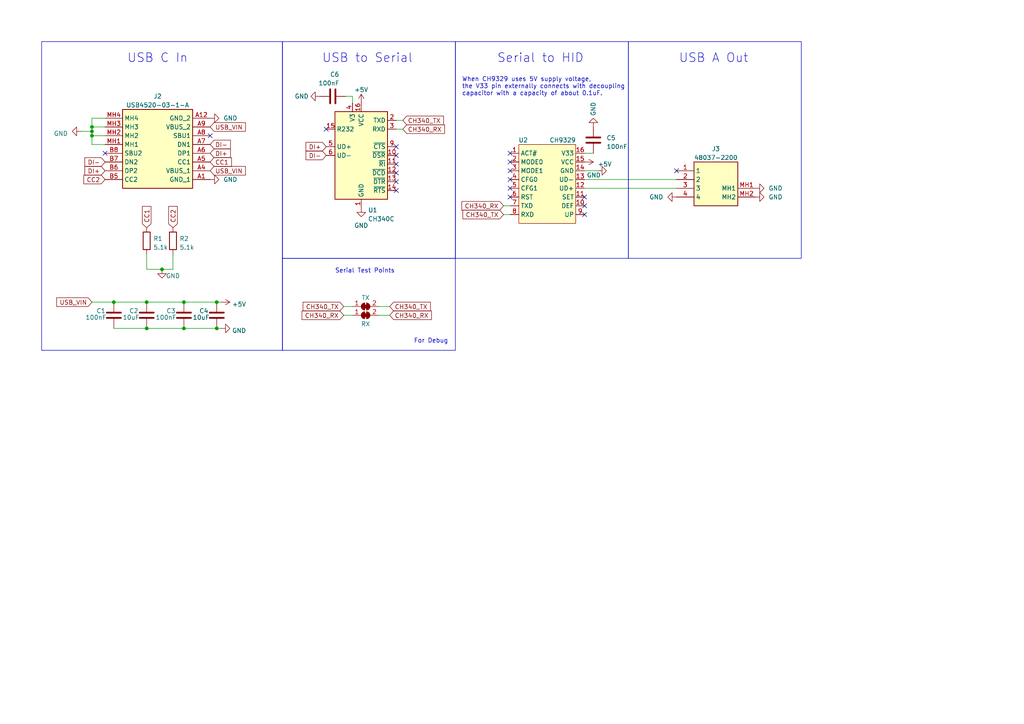
<source format=kicad_sch>
(kicad_sch (version 20230121) (generator eeschema)
  (paper "A4")
  (lib_symbols
    (symbol "CH9329:CH9329"
      (property "Reference" "U" (at -6.35 12.7 0))
      (property "Value" "CH9329" (at 5.08 12.7 0))
      (symbol "CH9329_0_0"
        (text "" (at 3.81 16.51 0) (effects (font (size 1.27 1.27))))
      )
      (symbol "CH9329_1_1"
        (rectangle (start -7.62 11.43) (end 8.89 -11.43) (fill (type background)))
        (pin output line (at -10.16 8.89 0) (length 2.54) (name "ACT#") (number "1"))
        (pin input line (at 11.43 -6.35 180) (length 2.54) (name "DEF") (number "10"))
        (pin input line (at 11.43 -3.81 180) (length 2.54) (name "SET") (number "11"))
        (pin bidirectional line (at 11.43 -1.27 180) (length 2.54) (name "UD+") (number "12"))
        (pin bidirectional line (at 11.43 1.27 180) (length 2.54) (name "UD-") (number "13"))
        (pin power_in line (at 11.43 3.81 180) (length 2.54) (name "GND") (number "14"))
        (pin power_in line (at 11.43 6.35 180) (length 2.54) (name "VCC") (number "15"))
        (pin power_in line (at 11.43 8.89 180) (length 2.54) (name "V33") (number "16"))
        (pin input line (at -10.16 6.35 0) (length 2.54) (name "MODE0") (number "2"))
        (pin input line (at -10.16 3.81 0) (length 2.54) (name "MODE1") (number "3"))
        (pin input line (at -10.16 1.27 0) (length 2.54) (name "CFG0") (number "4"))
        (pin input line (at -10.16 -1.27 0) (length 2.54) (name "CFG1") (number "5"))
        (pin input line (at -10.16 -3.81 0) (length 2.54) (name "RST") (number "6"))
        (pin output line (at -10.16 -6.35 0) (length 2.54) (name "TXD") (number "7"))
        (pin input line (at -10.16 -8.89 0) (length 2.54) (name "RXD") (number "8"))
        (pin output line (at 11.43 -8.89 180) (length 2.54) (name "UP") (number "9"))
      )
    )
    (symbol "Device:C" (pin_numbers hide) (pin_names (offset 0.254))
      (property "Reference" "C" (at 0.635 2.54 0))
      (property "Value" "C" (at 0.635 -2.54 0))
      (symbol "C_0_1"
        (polyline (pts (xy -2.032 -0.762) (xy 2.032 -0.762)) (stroke (width 0.508)))
        (polyline (pts (xy -2.032 0.762) (xy 2.032 0.762)) (stroke (width 0.508)))
      )
      (symbol "C_1_1"
        (pin passive line (at 0 3.81 270) (length 2.794) (name "~") (number "1"))
        (pin passive line (at 0 -3.81 90) (length 2.794) (name "~") (number "2"))
      )
    )
    (symbol "Device:R" (pin_numbers hide) (pin_names (offset 0))
      (property "Reference" "R" (at 2.032 0 90))
      (property "Value" "R" (at 0 0 90))
      (symbol "R_0_1"
        (rectangle (start -1.016 -2.54) (end 1.016 2.54) (stroke (width 0.254)))
      )
      (symbol "R_1_1"
        (pin passive line (at 0 3.81 270) (length 1.27) (name "~") (number "1"))
        (pin passive line (at 0 -3.81 90) (length 1.27) (name "~") (number "2"))
      )
    )
    (symbol "Farnell:USB4520-03-1-A"
      (property "Reference" "J" (at 26.67 7.62 0))
      (property "Value" "USB4520-03-1-A" (at 26.67 5.08 0))
      (symbol "USB4520-03-1-A_1_1"
        (rectangle (start 5.08 2.54) (end 25.4 -20.32) (stroke (width 0.254)) (fill (type background)))
        (pin passive line (at 0 0 0) (length 5.08) (name "GND_1") (number "A1"))
        (pin passive line (at 0 -17.78 0) (length 5.08) (name "GND_2") (number "A12"))
        (pin passive line (at 0 -2.54 0) (length 5.08) (name "VBUS_1") (number "A4"))
        (pin passive line (at 0 -5.08 0) (length 5.08) (name "CC1") (number "A5"))
        (pin passive line (at 0 -7.62 0) (length 5.08) (name "DP1") (number "A6"))
        (pin passive line (at 0 -10.16 0) (length 5.08) (name "DN1") (number "A7"))
        (pin passive line (at 0 -12.7 0) (length 5.08) (name "SBU1") (number "A8"))
        (pin passive line (at 0 -15.24 0) (length 5.08) (name "VBUS_2") (number "A9"))
        (pin passive line (at 30.48 0 180) (length 5.08) (name "CC2") (number "B5"))
        (pin passive line (at 30.48 -2.54 180) (length 5.08) (name "DP2") (number "B6"))
        (pin passive line (at 30.48 -5.08 180) (length 5.08) (name "DN2") (number "B7"))
        (pin passive line (at 30.48 -7.62 180) (length 5.08) (name "SBU2") (number "B8"))
        (pin passive line (at 30.48 -10.16 180) (length 5.08) (name "MH1") (number "MH1"))
        (pin passive line (at 30.48 -12.7 180) (length 5.08) (name "MH2") (number "MH2"))
        (pin passive line (at 30.48 -15.24 180) (length 5.08) (name "MH3") (number "MH3"))
        (pin passive line (at 30.48 -17.78 180) (length 5.08) (name "MH4") (number "MH4"))
      )
    )
    (symbol "Interface_USB:CH340C"
      (property "Reference" "U" (at -5.08 13.97 0))
      (property "Value" "CH340C" (at 1.27 13.97 0))
      (symbol "CH340C_0_1"
        (rectangle (start -7.62 12.7) (end 7.62 -12.7) (stroke (width 0.254)) (fill (type background)))
      )
      (symbol "CH340C_1_1"
        (pin power_in line (at 0 -15.24 90) (length 2.54) (name "GND") (number "1"))
        (pin input line (at 10.16 0 180) (length 2.54) (name "~{DSR}") (number "10"))
        (pin input line (at 10.16 -2.54 180) (length 2.54) (name "~{RI}") (number "11"))
        (pin input line (at 10.16 -5.08 180) (length 2.54) (name "~{DCD}") (number "12"))
        (pin output line (at 10.16 -7.62 180) (length 2.54) (name "~{DTR}") (number "13"))
        (pin output line (at 10.16 -10.16 180) (length 2.54) (name "~{RTS}") (number "14"))
        (pin input line (at -10.16 7.62 0) (length 2.54) (name "R232") (number "15"))
        (pin power_in line (at 0 15.24 270) (length 2.54) (name "VCC") (number "16"))
        (pin output line (at 10.16 10.16 180) (length 2.54) (name "TXD") (number "2"))
        (pin input line (at 10.16 7.62 180) (length 2.54) (name "RXD") (number "3"))
        (pin passive line (at -2.54 15.24 270) (length 2.54) (name "V3") (number "4"))
        (pin bidirectional line (at -10.16 2.54 0) (length 2.54) (name "UD+") (number "5"))
        (pin bidirectional line (at -10.16 0 0) (length 2.54) (name "UD-") (number "6"))
        (pin no_connect line (at -7.62 -7.62 0) (length 2.54) hide (name "NC") (number "7"))
        (pin no_connect line (at -7.62 -10.16 0) (length 2.54) hide (name "NC") (number "8"))
        (pin input line (at 10.16 2.54 180) (length 2.54) (name "~{CTS}") (number "9"))
      )
    )
    (symbol "Jumper:SolderJumper_2_Bridged" (pin_names (offset 0) hide)
      (property "Reference" "JP" (at 0 2.032 0))
      (property "Value" "SolderJumper_2_Bridged" (at 0 -2.54 0))
      (symbol "SolderJumper_2_Bridged_0_1"
        (rectangle (start -0.508 0.508) (end 0.508 -0.508) (fill (type outline)))
        (arc (start -0.254 1.016) (mid -1.2656 0) (end -0.254 -1.016))
        (arc (start -0.254 1.016) (mid -1.2656 0) (end -0.254 -1.016) (fill (type outline)))
        (polyline (pts (xy -0.254 1.016) (xy -0.254 -1.016)))
        (polyline (pts (xy 0.254 1.016) (xy 0.254 -1.016)))
        (arc (start 0.254 -1.016) (mid 1.2656 0) (end 0.254 1.016))
        (arc (start 0.254 -1.016) (mid 1.2656 0) (end 0.254 1.016) (fill (type outline)))
      )
      (symbol "SolderJumper_2_Bridged_1_1"
        (pin passive line (at -3.81 0 0) (length 2.54) (name "A") (number "1"))
        (pin passive line (at 3.81 0 180) (length 2.54) (name "B") (number "2"))
      )
    )
    (symbol "LibraryLoader:48037-2200"
      (property "Reference" "J" (at 19.05 7.62 0))
      (property "Value" "48037-2200" (at 19.05 5.08 0))
      (symbol "48037-2200_1_1"
        (rectangle (start 5.08 2.54) (end 17.78 -10.16) (stroke (width 0.254)) (fill (type background)))
        (pin passive line (at 22.86 -7.62 180) (length 5.08) (name "1") (number "1"))
        (pin passive line (at 22.86 -5.08 180) (length 5.08) (name "2") (number "2"))
        (pin passive line (at 22.86 -2.54 180) (length 5.08) (name "3") (number "3"))
        (pin passive line (at 22.86 0 180) (length 5.08) (name "4") (number "4"))
        (pin passive line (at 0 -2.54 0) (length 5.08) (name "MH1") (number "MH1"))
        (pin passive line (at 0 0 0) (length 5.08) (name "MH2") (number "MH2"))
      )
    )
    (symbol "power:+5V" (power) (pin_names (offset 0))
      (property "Value" "+5V" (at 0 3.556 0))
      (symbol "+5V_0_1"
        (polyline (pts (xy -0.762 1.27) (xy 0 2.54)))
        (polyline (pts (xy 0 0) (xy 0 2.54)))
        (polyline (pts (xy 0 2.54) (xy 0.762 1.27)))
      )
      (symbol "+5V_1_1"
        (pin power_in line (at 0 0 90) (length 0) hide (name "+5V") (number "1"))
      )
    )
    (symbol "power:GND" (power) (pin_names (offset 0))
      (property "Value" "GND" (at 0 -3.81 0))
      (symbol "GND_0_1"
        (polyline (pts (xy 0 0) (xy 0 -1.27) (xy 1.27 -1.27) (xy 0 -2.54) (xy -1.27 -1.27) (xy 0 -1.27)))
      )
      (symbol "GND_1_1"
        (pin power_in line (at 0 0 270) (length 0) hide (name "GND") (number "1"))
      )
    )
  )
  (junction (at 26.67 38.1))
  (junction (at 62.865 95.25))
  (junction (at 42.545 95.25))
  (junction (at 33.02 87.63))
  (junction (at 53.34 87.63))
  (junction (at 62.865 87.63))
  (junction (at 26.67 36.83))
  (junction (at 26.67 39.37))
  (junction (at 53.34 95.25))
  (junction (at 42.545 87.63))
  (junction (at 46.99 78.105))
  (no_connect (at 169.545 62.23))
  (no_connect (at 114.935 42.545))
  (no_connect (at 30.48 44.45))
  (no_connect (at 196.215 49.53))
  (no_connect (at 147.955 49.53))
  (no_connect (at 147.955 52.07))
  (no_connect (at 94.615 37.465))
  (no_connect (at 169.545 57.15))
  (no_connect (at 147.955 44.45))
  (no_connect (at 114.935 50.165))
  (no_connect (at 147.955 57.15))
  (no_connect (at 114.935 45.085))
  (no_connect (at 60.96 39.37))
  (no_connect (at 169.545 59.69))
  (no_connect (at 114.935 55.245))
  (no_connect (at 147.955 54.61))
  (no_connect (at 114.935 47.625))
  (no_connect (at 147.955 46.99))
  (no_connect (at 114.935 52.705))
  (wire (pts (xy 26.67 87.63) (xy 33.02 87.63)))
  (wire (pts (xy 100.33 27.94) (xy 102.235 27.94)))
  (wire (pts (xy 169.545 54.61) (xy 196.215 54.61)))
  (wire (pts (xy 99.695 88.9) (xy 102.235 88.9)))
  (wire (pts (xy 109.855 91.44) (xy 113.03 91.44)))
  (wire (pts (xy 99.695 91.44) (xy 102.235 91.44)))
  (wire (pts (xy 102.235 27.94) (xy 102.235 29.845)))
  (wire (pts (xy 30.48 39.37) (xy 26.67 39.37)))
  (wire (pts (xy 30.48 34.29) (xy 26.67 34.29)))
  (wire (pts (xy 169.545 52.07) (xy 196.215 52.07)))
  (wire (pts (xy 53.34 95.25) (xy 62.865 95.25)))
  (wire (pts (xy 50.165 78.105) (xy 46.99 78.105)))
  (wire (pts (xy 26.67 38.1) (xy 26.67 39.37)))
  (wire (pts (xy 42.545 87.63) (xy 53.34 87.63)))
  (wire (pts (xy 42.545 78.105) (xy 46.99 78.105)))
  (wire (pts (xy 26.67 36.83) (xy 30.48 36.83)))
  (wire (pts (xy 26.67 38.1) (xy 23.495 38.1)))
  (wire (pts (xy 172.085 44.45) (xy 169.545 44.45)))
  (wire (pts (xy 30.48 41.91) (xy 26.67 41.91)))
  (wire (pts (xy 50.165 73.66) (xy 50.165 78.105)))
  (wire (pts (xy 33.02 87.63) (xy 42.545 87.63)))
  (wire (pts (xy 53.34 87.63) (xy 62.865 87.63)))
  (wire (pts (xy 146.05 59.69) (xy 147.955 59.69)))
  (wire (pts (xy 62.865 95.25) (xy 64.135 95.25)))
  (wire (pts (xy 33.02 95.25) (xy 42.545 95.25)))
  (wire (pts (xy 26.67 36.83) (xy 26.67 38.1)))
  (wire (pts (xy 62.865 87.63) (xy 64.135 87.63)))
  (wire (pts (xy 26.67 39.37) (xy 26.67 41.91)))
  (wire (pts (xy 109.855 88.9) (xy 113.03 88.9)))
  (wire (pts (xy 26.67 34.29) (xy 26.67 36.83)))
  (wire (pts (xy 114.935 34.925) (xy 116.84 34.925)))
  (wire (pts (xy 42.545 95.25) (xy 53.34 95.25)))
  (wire (pts (xy 114.935 37.465) (xy 116.84 37.465)))
  (wire (pts (xy 42.545 73.66) (xy 42.545 78.105)))
  (wire (pts (xy 146.05 62.23) (xy 147.955 62.23)))
  (wire (pts (xy 169.545 49.53) (xy 173.355 49.53)))
  (rectangle (start 81.915 74.93) (end 132.08 101.6))
  (rectangle (start 81.915 12.065) (end 132.08 74.93))
  (rectangle (start 182.245 12.065) (end 232.41 74.93))
  (rectangle (start 132.08 12.065) (end 182.245 74.93))
  (rectangle (start 12.065 12.065) (end 81.915 101.6))
  (text "Serial Test Points" (at 97.155 79.375 0) (effects (font (size 1.27 1.27)) (justify left bottom)))
  (text "USB C In" (at 36.83 18.415 0) (effects (font (size 2.54 2.54)) (justify left bottom)))
  (text "When CH9329 uses 5V supply voltage,\nthe V33 pin externally connects with decoupling\ncapacitor with a capacity of about 0.1uF." (at 133.985 27.94 0) (effects (font (size 1.27 1.27)) (justify left bottom)))
  (text "Serial to HID" (at 144.145 18.415 0) (effects (font (size 2.54 2.54)) (justify left bottom)))
  (text "USB A Out" (at 196.85 18.415 0) (effects (font (size 2.54 2.54)) (justify left bottom)))
  (text "USB to Serial" (at 93.345 18.415 0) (effects (font (size 2.54 2.54)) (justify left bottom)))
  (text "For Debug" (at 120.015 99.695 0) (effects (font (size 1.27 1.27)) (justify left bottom)))
  (global_label "CH340_TX" (shape input) (at 113.03 88.9 0) (property "Intersheetrefs" "${INTERSHEET_REFS}" (effects hide)))
  (global_label "CC1" (shape input) (at 60.96 46.99 0) (property "Intersheetrefs" "${INTERSHEET_REFS}" (effects hide)))
  (global_label "DI+" (shape input) (at 60.96 44.45 0) (property "Intersheetrefs" "${INTERSHEET_REFS}" (effects hide)))
  (global_label "CH340_RX" (shape input) (at 113.03 91.44 0) (property "Intersheetrefs" "${INTERSHEET_REFS}" (effects hide)))
  (global_label "DI+" (shape input) (at 94.615 42.545 180) (property "Intersheetrefs" "${INTERSHEET_REFS}" (effects hide)))
  (global_label "CH340_RX" (shape input) (at 146.05 59.69 180) (property "Intersheetrefs" "${INTERSHEET_REFS}" (effects hide)))
  (global_label "DI-" (shape input) (at 94.615 45.085 180) (property "Intersheetrefs" "${INTERSHEET_REFS}" (effects hide)))
  (global_label "DI-" (shape input) (at 30.48 46.99 180) (property "Intersheetrefs" "${INTERSHEET_REFS}" (effects hide)))
  (global_label "CC2" (shape input) (at 50.165 66.04 90) (property "Intersheetrefs" "${INTERSHEET_REFS}" (effects hide)))
  (global_label "CH340_TX" (shape input) (at 116.84 34.925 0) (property "Intersheetrefs" "${INTERSHEET_REFS}" (effects hide)))
  (global_label "USB_VIN" (shape input) (at 60.96 49.53 0) (property "Intersheetrefs" "${INTERSHEET_REFS}" (effects hide)))
  (global_label "CC2" (shape input) (at 30.48 52.07 180) (property "Intersheetrefs" "${INTERSHEET_REFS}" (effects hide)))
  (global_label "USB_VIN" (shape input) (at 26.67 87.63 180) (property "Intersheetrefs" "${INTERSHEET_REFS}" (effects hide)))
  (global_label "CH340_TX" (shape input) (at 146.05 62.23 180) (property "Intersheetrefs" "${INTERSHEET_REFS}" (effects hide)))
  (global_label "CH340_RX" (shape input) (at 116.84 37.465 0) (property "Intersheetrefs" "${INTERSHEET_REFS}" (effects hide)))
  (global_label "USB_VIN" (shape input) (at 60.96 36.83 0) (property "Intersheetrefs" "${INTERSHEET_REFS}" (effects hide)))
  (global_label "CH340_RX" (shape input) (at 99.695 91.44 180) (property "Intersheetrefs" "${INTERSHEET_REFS}" (effects hide)))
  (global_label "DI-" (shape input) (at 60.96 41.91 0) (property "Intersheetrefs" "${INTERSHEET_REFS}" (effects hide)))
  (global_label "CH340_TX" (shape input) (at 99.695 88.9 180) (property "Intersheetrefs" "${INTERSHEET_REFS}" (effects hide)))
  (global_label "DI+" (shape input) (at 30.48 49.53 180) (property "Intersheetrefs" "${INTERSHEET_REFS}" (effects hide)))
  (global_label "CC1" (shape input) (at 42.545 66.04 90) (property "Intersheetrefs" "${INTERSHEET_REFS}" (effects hide)))
  (symbol (lib_id "power:GND") (at 219.075 57.15 90) (unit 1)
    (property "Reference" "#PWR014" (effects hide))
    (property "Value" "GND" (at 222.885 57.15 90) (effects (justify right)))
  )
  (symbol (lib_id "power:GND") (at 60.96 52.07 90) (unit 1)
    (property "Reference" "#PWR04" (effects hide))
    (property "Value" "GND" (at 64.77 52.07 90) (effects (justify right)))
  )
  (symbol (lib_id "Device:R") (at 50.165 69.85 0) (unit 1)
    (property "Reference" "R2" (at 52.07 69.215 0) (effects (justify left)))
    (property "Value" "5.1k" (at 52.07 71.755 0) (effects (justify left)))
    (property "Footprint" "Resistor_SMD:R_0805_2012Metric_Pad1.20x1.40mm_HandSolder" (effects hide))
  )
  (symbol (lib_id "power:+5V") (at 104.775 29.845 0) (unit 1)
    (property "Reference" "#PWR07" (effects hide))
    (property "Value" "+5V" (at 104.775 26.035 0))
  )
  (symbol (lib_id "Device:C") (at 42.545 91.44 0) (unit 1)
    (property "Reference" "C2" (at 37.465 90.17 0) (effects (justify left)))
    (property "Value" "10uF" (at 35.56 92.075 0) (effects (justify left)))
    (property "Footprint" "Capacitor_SMD:C_0805_2012Metric_Pad1.18x1.45mm_HandSolder" (effects hide))
  )
  (symbol (lib_id "power:GND") (at 60.96 34.29 90) (unit 1)
    (property "Reference" "#PWR03" (effects hide))
    (property "Value" "GND" (at 64.77 34.29 90) (effects (justify right)))
  )
  (symbol (lib_id "Farnell:USB4520-03-1-A") (at 60.96 52.07 180) (unit 1)
    (property "Reference" "J2" (at 45.72 27.94 0))
    (property "Value" "USB4520-03-1-A" (at 45.72 30.48 0))
    (property "Footprint" "Farnell:USB4520031A" (effects hide))
    (property "Datasheet" "https://gct.co/files/drawings/usb4520.pdf" (effects hide))
    (property "Height" "3.36" (effects hide))
    (property "Manufacturer_Name" "GCT (GLOBAL CONNECTOR TECHNOLOGY)" (effects hide))
    (property "Manufacturer_Part_Number" "USB4520-03-1-A" (effects hide))
  )
  (symbol (lib_id "LibraryLoader:48037-2200") (at 219.075 57.15 180) (unit 1)
    (property "Reference" "J3" (at 207.645 43.18 0))
    (property "Value" "48037-2200" (at 207.645 45.72 0))
    (property "Footprint" "480372200" (effects hide))
    (property "Datasheet" "https://tools.molex.com/pdm_docs/sd/480372200_sd.pdf" (effects hide))
    (property "Height" "4.6" (effects hide))
    (property "Manufacturer_Name" "Molex" (effects hide))
    (property "Manufacturer_Part_Number" "48037-2200" (effects hide))
  )
  (symbol (lib_id "power:GND") (at 104.775 60.325 0) (unit 1)
    (property "Reference" "#PWR08" (effects hide))
    (property "Value" "GND" (at 104.775 65.405 0))
  )
  (symbol (lib_id "CH9329:CH9329") (at 158.115 53.34 0) (unit 1)
    (property "Reference" "U2" (at 151.765 40.64 0))
    (property "Value" "CH9329" (at 163.195 40.64 0))
    (property "Footprint" "Package_SO:SOIC-16_3.9x9.9mm_P1.27mm" (effects hide))
  )
  (symbol (lib_id "Device:C") (at 172.085 40.64 0) (unit 1)
    (property "Reference" "C5" (at 175.895 40.005 0) (effects (justify left)))
    (property "Value" "100nF" (at 175.895 42.545 0) (effects (justify left)))
    (property "Footprint" "Capacitor_SMD:C_0805_2012Metric_Pad1.18x1.45mm_HandSolder" (effects hide))
  )
  (symbol (lib_id "Jumper:SolderJumper_2_Bridged") (at 106.045 91.44 0) (unit 1)
    (property "Reference" "JP2" (effects hide))
    (property "Value" "RX" (at 106.045 93.98 0))
    (property "Footprint" "TestPoint:TestPoint_2Pads_Pitch2.54mm_Drill0.8mm" (effects hide))
  )
  (symbol (lib_id "power:+5V") (at 64.135 87.63 270) (unit 1)
    (property "Reference" "#PWR05" (effects hide))
    (property "Value" "+5V" (at 67.31 88.265 90) (effects (justify left)))
  )
  (symbol (lib_id "Device:C") (at 62.865 91.44 0) (unit 1)
    (property "Reference" "C4" (at 57.785 90.17 0) (effects (justify left)))
    (property "Value" "10uF" (at 55.88 92.075 0) (effects (justify left)))
    (property "Footprint" "Capacitor_SMD:C_0805_2012Metric_Pad1.18x1.45mm_HandSolder" (effects hide))
  )
  (symbol (lib_id "power:GND") (at 46.99 78.105 0) (unit 1)
    (property "Reference" "#PWR02" (effects hide))
    (property "Value" "GND" (at 50.165 80.01 0))
  )
  (symbol (lib_id "power:GND") (at 173.355 49.53 90) (unit 1)
    (property "Reference" "#PWR011" (effects hide))
    (property "Value" "GND" (at 170.18 50.8 90) (effects (justify right)))
  )
  (symbol (lib_id "Interface_USB:CH340C") (at 104.775 45.085 0) (unit 1)
    (property "Reference" "U1" (at 106.7309 60.96 0) (effects (justify left)))
    (property "Value" "CH340C" (at 106.7309 63.5 0) (effects (justify left)))
    (property "Footprint" "Package_SO:SOIC-16_3.9x9.9mm_P1.27mm" (effects hide))
    (property "Datasheet" "https://datasheet.lcsc.com/szlcsc/Jiangsu-Qin-Heng-CH340C_C84681.pdf" (effects hide))
  )
  (symbol (lib_id "power:GND") (at 92.71 27.94 270) (unit 1)
    (property "Reference" "#PWR015" (effects hide))
    (property "Value" "GND" (at 89.535 27.94 90) (effects (justify right)))
  )
  (symbol (lib_id "power:GND") (at 172.085 36.83 180) (unit 1)
    (property "Reference" "#PWR010" (effects hide))
    (property "Value" "GND" (at 172.085 33.655 90) (effects (justify right)))
  )
  (symbol (lib_id "power:+5V") (at 169.545 46.99 270) (unit 1)
    (property "Reference" "#PWR09" (effects hide))
    (property "Value" "+5V" (at 173.355 47.625 90) (effects (justify left)))
  )
  (symbol (lib_id "Device:C") (at 53.34 91.44 0) (unit 1)
    (property "Reference" "C3" (at 48.26 90.17 0) (effects (justify left)))
    (property "Value" "100nF" (at 45.085 92.075 0) (effects (justify left)))
    (property "Footprint" "Capacitor_SMD:C_0805_2012Metric_Pad1.18x1.45mm_HandSolder" (effects hide))
  )
  (symbol (lib_id "Device:C") (at 96.52 27.94 90) (unit 1)
    (property "Reference" "C6" (at 98.425 21.59 90) (effects (justify left)))
    (property "Value" "100nF" (at 98.425 24.13 90) (effects (justify left)))
    (property "Footprint" "Capacitor_SMD:C_0805_2012Metric_Pad1.18x1.45mm_HandSolder" (effects hide))
  )
  (symbol (lib_id "power:GND") (at 219.075 54.61 90) (unit 1)
    (property "Reference" "#PWR013" (effects hide))
    (property "Value" "GND" (at 222.885 54.61 90) (effects (justify right)))
  )
  (symbol (lib_id "power:GND") (at 23.495 38.1 270) (unit 1)
    (property "Reference" "#PWR01" (effects hide))
    (property "Value" "GND" (at 19.685 38.735 90) (effects (justify right)))
  )
  (symbol (lib_id "Device:C") (at 33.02 91.44 0) (unit 1)
    (property "Reference" "C1" (at 27.94 90.17 0) (effects (justify left)))
    (property "Value" "100nF" (at 24.765 92.075 0) (effects (justify left)))
    (property "Footprint" "Capacitor_SMD:C_0805_2012Metric_Pad1.18x1.45mm_HandSolder" (effects hide))
  )
  (symbol (lib_id "power:GND") (at 196.215 57.15 270) (unit 1)
    (property "Reference" "#PWR012" (effects hide))
    (property "Value" "GND" (at 192.405 57.15 90) (effects (justify right)))
  )
  (symbol (lib_id "Jumper:SolderJumper_2_Bridged") (at 106.045 88.9 0) (unit 1)
    (property "Reference" "JP1" (effects hide))
    (property "Value" "TX" (at 106.045 86.36 0))
    (property "Footprint" "TestPoint:TestPoint_2Pads_Pitch2.54mm_Drill0.8mm" (effects hide))
  )
  (symbol (lib_id "power:GND") (at 64.135 95.25 90) (unit 1)
    (property "Reference" "#PWR06" (effects hide))
    (property "Value" "GND" (at 67.31 95.885 90) (effects (justify right)))
  )
  (symbol (lib_id "Device:R") (at 42.545 69.85 0) (unit 1)
    (property "Reference" "R1" (at 44.45 69.215 0) (effects (justify left)))
    (property "Value" "5.1k" (at 44.45 71.755 0) (effects (justify left)))
    (property "Footprint" "Resistor_SMD:R_0805_2012Metric_Pad1.20x1.40mm_HandSolder" (effects hide))
  )
)
</source>
